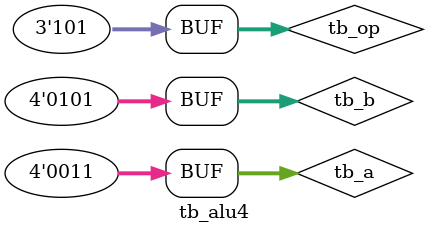
<source format=v>
`timescale 1ns/100ps //

module tb_alu4();

	reg [3:0] tb_a, tb_b; //input
	reg [2:0] tb_op; //opcode
	wire [3:0] tb_result; //result
	wire tb_c, tb_n, tb_z, tb_v; //flags
	
	alu4 U0_alu4(.a(tb_a), .b(tb_b), .op(tb_op), .result(tb_result), .c(tb_c), .n(tb_n), .z(tb_z), .v(tb_v)); 
	//4bit alu is worked. 
	
	initial
		begin
		
		tb_a=4'b0000; tb_b=4'b0000; tb_op=3'b000; #10;
		//if any result is not satisfied, error is printed.
		if(tb_result!==4'b1111 || tb_c!=0 || tb_n!=1 || tb_z!=0 || tb_v!=1) $display("000 failed");
		tb_a=4'b1100; #10;
		
		if(tb_result!==4'b0000 || tb_c!=0 || tb_n!=1 || tb_z!=0 || tb_v!=1) $display("001 failed");
		tb_b=4'b0011; tb_op=3'b001; #10;
		
		if(tb_result!==4'b0000 || tb_c!=0 || tb_n!=1 || tb_z!=0 || tb_v!=1) $display("010 failed");
		tb_a=4'b0101; tb_b=4'b1001; tb_op=3'b010; #10;
		
		if(tb_result!==4'b1111 || tb_c!=0 || tb_n!=1 || tb_z!=0 || tb_v!=1) $display("011 failed");
		tb_b=4'b1010; tb_op=3'b011; #10;
		
		if(tb_result!==4'b1111 || tb_c!=0 || tb_n!=1 || tb_z!=0 || tb_v!=1) $display("100 failed");
		tb_a=4'b0011; tb_b=4'b0101; tb_op=3'b100; #10;
		
		if(tb_result!==4'b0000 || tb_c!=0 || tb_n!=1 || tb_z!=0 || tb_v!=1) $display("101 failed");
		tb_op=3'b101; #10;
		
		if(tb_result!==4'b0001 || tb_c!=0 || tb_n!=1 || tb_z!=0 || tb_v!=1) $display("111 failed");
		
		end
endmodule
</source>
